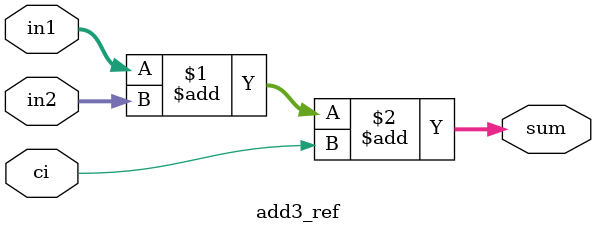
<source format=v>


module add3_ref(

input [2:0] in1,
input [2:0] in2,
input        ci,

output [3:0] sum
//output       co

);


assign sum = in1 + in2 + ci;


endmodule

</source>
